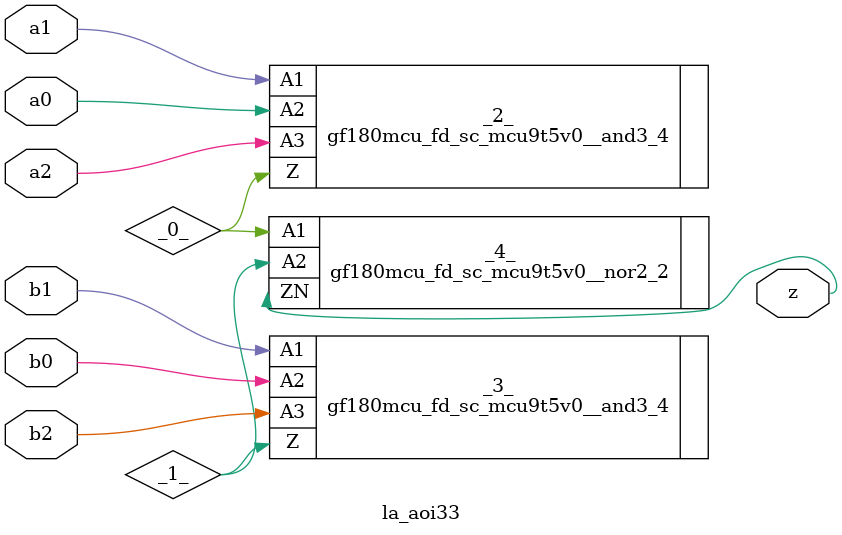
<source format=v>
/* Generated by Yosys 0.37 (git sha1 a5c7f69ed, clang 14.0.0-1ubuntu1.1 -fPIC -Os) */

module la_aoi33(a0, a1, a2, b0, b1, b2, z);
  wire _0_;
  wire _1_;
  input a0;
  wire a0;
  input a1;
  wire a1;
  input a2;
  wire a2;
  input b0;
  wire b0;
  input b1;
  wire b1;
  input b2;
  wire b2;
  output z;
  wire z;
  gf180mcu_fd_sc_mcu9t5v0__and3_4 _2_ (
    .A1(a1),
    .A2(a0),
    .A3(a2),
    .Z(_0_)
  );
  gf180mcu_fd_sc_mcu9t5v0__and3_4 _3_ (
    .A1(b1),
    .A2(b0),
    .A3(b2),
    .Z(_1_)
  );
  gf180mcu_fd_sc_mcu9t5v0__nor2_2 _4_ (
    .A1(_0_),
    .A2(_1_),
    .ZN(z)
  );
endmodule

</source>
